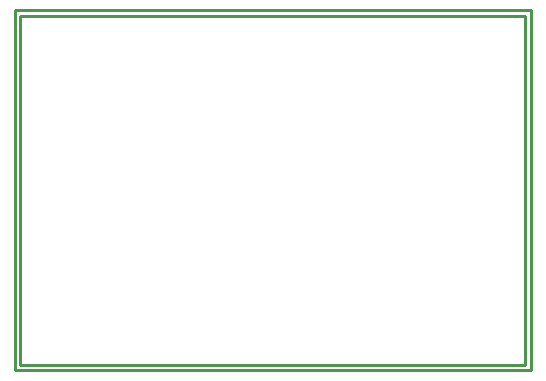
<source format=gko>
%FSLAX43Y43*%
%MOMM*%
G71*
G01*
G75*
G04 Layer_Color=16711935*
%ADD10R,1.350X4.800*%
%ADD11R,1.270X4.200*%
%ADD12R,4.800X1.350*%
%ADD13R,4.200X1.270*%
%ADD14R,0.350X0.350*%
%ADD15R,0.350X0.350*%
%ADD16R,1.000X1.100*%
%ADD17R,1.100X1.000*%
%ADD18C,1.630*%
%ADD19C,0.254*%
%ADD20C,2.200*%
%ADD21C,1.270*%
%ADD22C,0.127*%
%ADD23R,1.553X5.003*%
%ADD24R,1.473X4.403*%
%ADD25R,5.003X1.553*%
%ADD26R,4.403X1.473*%
%ADD27R,0.553X0.553*%
%ADD28R,0.553X0.553*%
%ADD29R,1.203X1.303*%
%ADD30R,1.303X1.203*%
%ADD31C,2.403*%
%ADD32C,1.473*%
G54D19*
X500Y750D02*
X43250D01*
Y30250D01*
X500D02*
X43250D01*
X500Y750D02*
Y30250D01*
X43750Y250D02*
Y30750D01*
X0Y250D02*
X43750D01*
X0Y30750D02*
X43750D01*
X0Y250D02*
Y30750D01*
M02*

</source>
